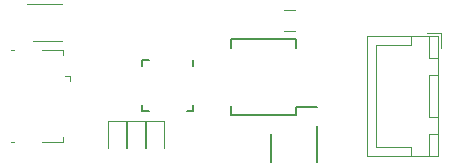
<source format=gbr>
G04 #@! TF.GenerationSoftware,KiCad,Pcbnew,(5.1.4-7-g8dd734fbd)*
G04 #@! TF.CreationDate,2019-09-01T10:21:26+03:00*
G04 #@! TF.ProjectId,usb1wireadapter,75736231-7769-4726-9561-646170746572,rev?*
G04 #@! TF.SameCoordinates,Original*
G04 #@! TF.FileFunction,Legend,Top*
G04 #@! TF.FilePolarity,Positive*
%FSLAX46Y46*%
G04 Gerber Fmt 4.6, Leading zero omitted, Abs format (unit mm)*
G04 Created by KiCad (PCBNEW (5.1.4-7-g8dd734fbd)) date 2019-09-01 10:21:26*
%MOMM*%
%LPD*%
G04 APERTURE LIST*
%ADD10C,0.150000*%
%ADD11C,0.120000*%
G04 APERTURE END LIST*
D10*
X120170000Y-73620000D02*
X120170000Y-76700000D01*
X116230000Y-74300000D02*
X116230000Y-76700000D01*
D11*
X96100000Y-66450000D02*
X98500000Y-66450000D01*
X98500000Y-63350000D02*
X95550000Y-63350000D01*
X103960000Y-75500000D02*
X103960000Y-73230000D01*
X103960000Y-73230000D02*
X102440000Y-73230000D01*
X102440000Y-73230000D02*
X102440000Y-75500000D01*
X107160000Y-75500000D02*
X107160000Y-73230000D01*
X107160000Y-73230000D02*
X105640000Y-73230000D01*
X105640000Y-73230000D02*
X105640000Y-75500000D01*
X104040000Y-73230000D02*
X104040000Y-75500000D01*
X105560000Y-73230000D02*
X104040000Y-73230000D01*
X105560000Y-75500000D02*
X105560000Y-73230000D01*
X98662500Y-67200000D02*
X98662500Y-67650000D01*
X96812500Y-67200000D02*
X98662500Y-67200000D01*
X94262500Y-75000000D02*
X94512500Y-75000000D01*
X94262500Y-67200000D02*
X94512500Y-67200000D01*
X96812500Y-75000000D02*
X98662500Y-75000000D01*
X98662500Y-75000000D02*
X98662500Y-74550000D01*
X99212500Y-69400000D02*
X99212500Y-69850000D01*
X99212500Y-69400000D02*
X98762500Y-69400000D01*
D10*
X109650000Y-72350000D02*
X109125000Y-72350000D01*
X105350000Y-68050000D02*
X105875000Y-68050000D01*
X105350000Y-72350000D02*
X105875000Y-72350000D01*
X109650000Y-68050000D02*
X109650000Y-68575000D01*
X105350000Y-68050000D02*
X105350000Y-68575000D01*
X105350000Y-72350000D02*
X105350000Y-71825000D01*
X109650000Y-72350000D02*
X109650000Y-71825000D01*
X118350000Y-72705000D02*
X118350000Y-72050000D01*
X112850000Y-72705000D02*
X112850000Y-71955000D01*
X112850000Y-66295000D02*
X112850000Y-67045000D01*
X118350000Y-66295000D02*
X118350000Y-67045000D01*
X118350000Y-72705000D02*
X112850000Y-72705000D01*
X118350000Y-66295000D02*
X112850000Y-66295000D01*
X118350000Y-72050000D02*
X120100000Y-72050000D01*
D11*
X118300000Y-65610000D02*
X117300000Y-65610000D01*
X118300000Y-63790000D02*
X117300000Y-63790000D01*
X130360000Y-66040000D02*
X124390000Y-66040000D01*
X124390000Y-66040000D02*
X124390000Y-76160000D01*
X124390000Y-76160000D02*
X130360000Y-76160000D01*
X130360000Y-76160000D02*
X130360000Y-66040000D01*
X130350000Y-69350000D02*
X129600000Y-69350000D01*
X129600000Y-69350000D02*
X129600000Y-72850000D01*
X129600000Y-72850000D02*
X130350000Y-72850000D01*
X130350000Y-72850000D02*
X130350000Y-69350000D01*
X130350000Y-66050000D02*
X129600000Y-66050000D01*
X129600000Y-66050000D02*
X129600000Y-67850000D01*
X129600000Y-67850000D02*
X130350000Y-67850000D01*
X130350000Y-67850000D02*
X130350000Y-66050000D01*
X130350000Y-74350000D02*
X129600000Y-74350000D01*
X129600000Y-74350000D02*
X129600000Y-76150000D01*
X129600000Y-76150000D02*
X130350000Y-76150000D01*
X130350000Y-76150000D02*
X130350000Y-74350000D01*
X128100000Y-66050000D02*
X128100000Y-66800000D01*
X128100000Y-66800000D02*
X125150000Y-66800000D01*
X125150000Y-66800000D02*
X125150000Y-71100000D01*
X128100000Y-76150000D02*
X128100000Y-75400000D01*
X128100000Y-75400000D02*
X125150000Y-75400000D01*
X125150000Y-75400000D02*
X125150000Y-71100000D01*
X130650000Y-67000000D02*
X130650000Y-65750000D01*
X130650000Y-65750000D02*
X129400000Y-65750000D01*
M02*

</source>
